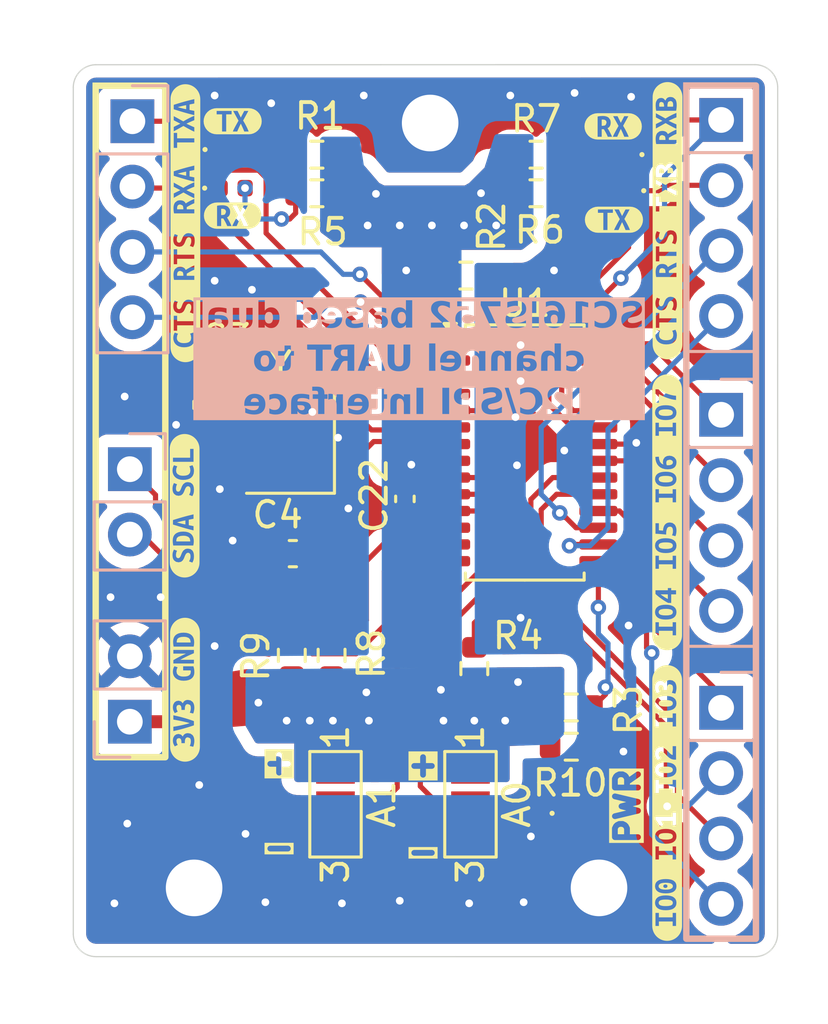
<source format=kicad_pcb>
(kicad_pcb (version 20241229) (generator "pcbnew") (generator_version "9.0")
  (layers (0 "F.Cu" signal) (2 "B.Cu" signal) (13 "F.Paste" user) (15 "B.Paste" user) (5 "F.SilkS" user "F.Silkscreen") (7 "B.SilkS" user "B.Silkscreen") (1 "F.Mask" user) (3 "B.Mask" user) (25 "Edge.Cuts" user))
  (net 0 "")
  (net 1 "/XTAL+")
  (net 2 "GND")
  (net 3 "/XTAL-")
  (net 4 "/TXA")
  (net 5 "Net-(D1-A)")
  (net 6 "Net-(D2-A)")
  (net 7 "/RXA")
  (net 8 "Net-(D3-A)")
  (net 9 "/TXB")
  (net 10 "Net-(D4-A)")
  (net 11 "/RXB")
  (net 12 "/CTSB")
  (net 13 "/RTSB")
  (net 14 "/RTSA")
  (net 15 "/CTSA")
  (net 16 "/SCL")
  (net 17 "/SDA")
  (net 18 "+3V3")
  (net 19 "A0")
  (net 20 "A1")
  (net 21 "Net-(U1-~{RESET})")
  (net 22 "/IRQ")
  (net 23 "Net-(U1-I2C{slash}~{SPI})")
  (net 24 "/GPIO6")
  (net 25 "/GPIO4")
  (net 27 "/GPIO1")
  (net 28 "/GPIO2")
  (net 29 "/GPIO3")
  (net 30 "/GPIO7")
  (net 31 "/GPIO5")
  (net 32 "/GPIO0")
  (net 33 "Net-(D5-A)")
  (footprint "Capacitor_SMD:C_0402_1005Metric" (layer "F.Cu") (at 153.2 59.38 -90)
    (property "Reference" "C22" (at -0.13 1.2 90) (layer "F.SilkS"))
    (property "Value" "100nF,50V,X7R" (hide yes))
    (pad "1" smd roundrect (at -0.48 0 270) (size 0.56 0.62) (layers "F.Cu" "F.Mask" "F.Paste") (net 18 "+3V3"))
    (pad "2" smd roundrect (at 0.48 0 270) (size 0.56 0.62) (layers "F.Cu" "F.Mask" "F.Paste") (net 2 "GND"))
  )
  (footprint "Resistor_SMD:R_0603_1608Metric" (layer "F.Cu") (at 158.303019 46 180)
    (property "Reference" "R7" (at -0.00346 1.388755 0) (layer "F.SilkS"))
    (property "Value" "1k" (hide yes))
    (pad "1" smd roundrect (at -0.825 0 180) (size 0.8 0.95) (layers "F.Cu" "F.Mask" "F.Paste") (net 10 "Net-(D4-A)"))
    (pad "2" smd roundrect (at 0.825 0 180) (size 0.8 0.95) (layers "F.Cu" "F.Mask" "F.Paste") (net 18 "+3V3"))
  )
  (footprint "Resistor_SMD:R_0603_1608Metric" (layer "F.Cu") (at 149.775 46)
    (property "Reference" "R1" (at 0.125 -1.5 0) (layer "F.SilkS"))
    (property "Value" "1k" (hide yes))
    (pad "1" smd roundrect (at -0.825 0) (size 0.8 0.95) (layers "F.Cu" "F.Mask" "F.Paste") (net 5 "Net-(D1-A)"))
    (pad "2" smd roundrect (at 0.825 0) (size 0.8 0.95) (layers "F.Cu" "F.Mask" "F.Paste") (net 18 "+3V3"))
  )
  (footprint "Resistor_SMD:R_0603_1608Metric" (layer "F.Cu") (at 155.575 50.7 180)
    (property "Reference" "R2" (at -1 1.9 90) (layer "F.SilkS"))
    (property "Value" "1k" (hide yes))
    (pad "1" smd roundrect (at -0.825 0 180) (size 0.8 0.95) (layers "F.Cu" "F.Mask" "F.Paste") (net 21 "Net-(U1-~{RESET})"))
    (pad "2" smd roundrect (at 0.825 0 180) (size 0.8 0.95) (layers "F.Cu" "F.Mask" "F.Paste") (net 18 "+3V3"))
  )
  (footprint "Capacitor_SMD:C_0603_1608Metric" (layer "F.Cu") (at 145.5 55.725 90)
    (property "Reference" "C3" (at 2.603471 0.763783 0) (layer "F.SilkS"))
    (property "Value" "22pF")
    (pad "1" smd roundrect (at -0.775 0 90) (size 0.9 0.95) (layers "F.Cu" "F.Mask" "F.Paste") (net 2 "GND"))
    (pad "2" smd roundrect (at 0.775 0 90) (size 0.9 0.95) (layers "F.Cu" "F.Mask" "F.Paste") (net 1 "/XTAL+"))
  )
  (footprint "MountingHole:MountingHole_2.2mm_M2_ISO7380_Pad" (layer "F.Cu") (at 154.181469 44.769643)
    (property "Reference" "H1" (hide yes))
    (property "Value" "MountingHole_Pad")
    (pad "1" thru_hole circle (at 0 0) (size 3.5 3.5) (drill 2.2) (layers "*.Cu" "*.Mask") (net 2 "GND"))
  )
  (footprint "Jumper:SolderJumper-3_P1.3mm_Open_Pad1.0x1.5mm_NumberLabels" (layer "F.Cu") (at 150.5 71.25 -90)
    (property "Reference" "A1" (at 0 -1.8 90) (layer "F.SilkS"))
    (property "Value" "A1")
    (fp_text user "3" (at 2.6 0 90) (layer "F.SilkS"))
    (fp_text user "1" (at -2.6 0 90) (layer "F.SilkS"))
    (pad "1" smd rect (at -1.3 0 270) (size 1 1.5) (layers "F.Cu" "F.Mask") (net 18 "+3V3"))
    (pad "2" smd rect (at 0 0 270) (size 1 1.5) (layers "F.Cu" "F.Mask") (net 20 "A1"))
    (pad "3" smd rect (at 1.3 0 270) (size 1 1.5) (layers "F.Cu" "F.Mask") (net 2 "GND"))
  )
  (footprint "Package_SO:TSSOP-28_4.4x9.7mm_P0.65mm" (layer "F.Cu") (at 157.8625 57.575)
    (property "Reference" "U1" (at 0 -5.8 0) (layer "F.SilkS"))
    (property "Value" "SC16IS752IPW")
    (pad "1" smd roundrect (at -2.8625 -4.225) (size 1.475 0.4) (layers "F.Cu" "F.Mask" "F.Paste") (net 14 "/RTSA"))
    (pad "2" smd roundrect (at -2.8625 -3.575) (size 1.475 0.4) (layers "F.Cu" "F.Mask" "F.Paste") (net 15 "/CTSA"))
    (pad "3" smd roundrect (at -2.8625 -2.925) (size 1.475 0.4) (layers "F.Cu" "F.Mask" "F.Paste") (net 4 "/TXA"))
    (pad "4" smd roundrect (at -2.8625 -2.275) (size 1.475 0.4) (layers "F.Cu" "F.Mask" "F.Paste") (net 7 "/RXA"))
    (pad "5" smd roundrect (at -2.8625 -1.625) (size 1.475 0.4) (layers "F.Cu" "F.Mask" "F.Paste") (net 21 "Net-(U1-~{RESET})"))
    (pad "6" smd roundrect (at -2.8625 -0.975) (size 1.475 0.4) (layers "F.Cu" "F.Mask" "F.Paste") (net 1 "/XTAL+"))
    (pad "7" smd roundrect (at -2.8625 -0.325) (size 1.475 0.4) (layers "F.Cu" "F.Mask" "F.Paste") (net 3 "/XTAL-"))
    (pad "8" smd roundrect (at -2.8625 0.325) (size 1.475 0.4) (layers "F.Cu" "F.Mask" "F.Paste") (net 18 "+3V3"))
    (pad "9" smd roundrect (at -2.8625 0.975) (size 1.475 0.4) (layers "F.Cu" "F.Mask" "F.Paste") (net 23 "Net-(U1-I2C{slash}~{SPI})"))
    (pad "10" smd roundrect (at -2.8625 1.625) (size 1.475 0.4) (layers "F.Cu" "F.Mask" "F.Paste") (net 19 "A0"))
    (pad "11" smd roundrect (at -2.8625 2.275) (size 1.475 0.4) (layers "F.Cu" "F.Mask" "F.Paste") (net 20 "A1"))
    (pad "12" smd roundrect (at -2.8625 2.925) (size 1.475 0.4) (layers "F.Cu" "F.Mask" "F.Paste"))
    (pad "13" smd roundrect (at -2.8625 3.575) (size 1.475 0.4) (layers "F.Cu" "F.Mask" "F.Paste") (net 16 "/SCL"))
    (pad "14" smd roundrect (at -2.8625 4.225) (size 1.475 0.4) (layers "F.Cu" "F.Mask" "F.Paste") (net 17 "/SDA"))
    (pad "15" smd roundrect (at 2.8625 4.225) (size 1.475 0.4) (layers "F.Cu" "F.Mask" "F.Paste") (net 22 "/IRQ"))
    (pad "16" smd roundrect (at 2.8625 3.575) (size 1.475 0.4) (layers "F.Cu" "F.Mask" "F.Paste") (net 12 "/CTSB"))
    (pad "17" smd roundrect (at 2.8625 2.925) (size 1.475 0.4) (layers "F.Cu" "F.Mask" "F.Paste") (net 13 "/RTSB"))
    (pad "18" smd roundrect (at 2.8625 2.275) (size 1.475 0.4) (layers "F.Cu" "F.Mask" "F.Paste") (net 32 "/GPIO0"))
    (pad "19" smd roundrect (at 2.8625 1.625) (size 1.475 0.4) (layers "F.Cu" "F.Mask" "F.Paste") (net 27 "/GPIO1"))
    (pad "20" smd roundrect (at 2.8625 0.975) (size 1.475 0.4) (layers "F.Cu" "F.Mask" "F.Paste") (net 28 "/GPIO2"))
    (pad "21" smd roundrect (at 2.8625 0.325) (size 1.475 0.4) (layers "F.Cu" "F.Mask" "F.Paste") (net 29 "/GPIO3"))
    (pad "22" smd roundrect (at 2.8625 -0.325) (size 1.475 0.4) (layers "F.Cu" "F.Mask" "F.Paste") (net 2 "GND"))
    (pad "23" smd roundrect (at 2.8625 -0.975) (size 1.475 0.4) (layers "F.Cu" "F.Mask" "F.Paste") (net 9 "/TXB"))
    (pad "24" smd roundrect (at 2.8625 -1.625) (size 1.475 0.4) (layers "F.Cu" "F.Mask" "F.Paste") (net 11 "/RXB"))
    (pad "25" smd roundrect (at 2.8625 -2.275) (size 1.475 0.4) (layers "F.Cu" "F.Mask" "F.Paste") (net 25 "/GPIO4"))
    (pad "26" smd roundrect (at 2.8625 -2.925) (size 1.475 0.4) (layers "F.Cu" "F.Mask" "F.Paste") (net 31 "/GPIO5"))
    (pad "27" smd roundrect (at 2.8625 -3.575) (size 1.475 0.4) (layers "F.Cu" "F.Mask" "F.Paste") (net 24 "/GPIO6"))
    (pad "28" smd roundrect (at 2.8625 -4.225) (size 1.475 0.4) (layers "F.Cu" "F.Mask" "F.Paste") (net 30 "/GPIO7"))
  )
  (footprint "Capacitor_SMD:C_0603_1608Metric" (layer "F.Cu") (at 148.841142 61.507781)
    (property "Reference" "C4" (at -0.591142 -1.507781 180) (layer "F.SilkS"))
    (property "Value" "33pF" (hide yes))
    (pad "1" smd roundrect (at -0.775 0) (size 0.9 0.95) (layers "F.Cu" "F.Mask" "F.Paste") (net 2 "GND"))
    (pad "2" smd roundrect (at 0.775 0) (size 0.9 0.95) (layers "F.Cu" "F.Mask" "F.Paste") (net 3 "/XTAL-"))
  )
  (footprint "kibuzzard-696A37C2" (layer "F.Cu") (at 161.330589 48.528034)
    (property "Reference" "kibuzzard-696A37C2" (hide yes))
    (property "Value" "G***" (hide yes))
  )
  (footprint "kibuzzard-696A37C2" (layer "F.Cu") (at 146.5 44.7)
    (property "Reference" "kibuzzard-696A37C2" (hide yes))
    (property "Value" "G***" (hide yes))
  )
  (footprint "Resistor_SMD:R_0603_1608Metric" (layer "F.Cu") (at 158.3 47.5 180)
    (property "Reference" "R6" (at -0.15 -1.43 0) (layer "F.SilkS"))
    (property "Value" "1k" (hide yes))
    (pad "1" smd roundrect (at -0.825 0 180) (size 0.8 0.95) (layers "F.Cu" "F.Mask" "F.Paste") (net 8 "Net-(D3-A)"))
    (pad "2" smd roundrect (at 0.825 0 180) (size 0.8 0.95) (layers "F.Cu" "F.Mask" "F.Paste") (net 18 "+3V3"))
  )
  (footprint "LED_SMD:LED_0402_1005Metric" (layer "F.Cu") (at 146.515 45.8)
    (property "Reference" "D1" (hide yes))
    (property "Value" "LED")
    (pad "1" smd roundrect (at -0.485 0) (size 0.59 0.64) (layers "F.Cu" "F.Mask" "F.Paste") (net 4 "/TXA"))
    (pad "2" smd roundrect (at 0.485 0) (size 0.59 0.64) (layers "F.Cu" "F.Mask" "F.Paste") (net 5 "Net-(D1-A)"))
  )
  (footprint "kibuzzard-696A3458" (layer "F.Cu") (at 163.4 59.9 90)
    (property "Reference" "kibuzzard-696A3458" (hide yes))
    (property "Value" "G***" (hide yes))
  )
  (footprint "kibuzzard-696A451F" (layer "F.Cu") (at 161.3 44.9)
    (property "Reference" "kibuzzard-696A451F" (hide yes))
    (property "Value" "G***" (hide yes))
  )
  (footprint "Jumper:SolderJumper-3_P1.3mm_Open_Pad1.0x1.5mm_NumberLabels" (layer "F.Cu") (at 155.75 71.25 -90)
    (property "Reference" "A0" (at 0 -1.8 90) (layer "F.SilkS"))
    (property "Value" "A0")
    (fp_text user "3" (at 2.6 0 90) (layer "F.SilkS"))
    (fp_text user "1" (at -2.6 0 90) (layer "F.SilkS"))
    (pad "1" smd rect (at -1.3 0 270) (size 1 1.5) (layers "F.Cu" "F.Mask") (net 18 "+3V3"))
    (pad "2" smd rect (at 0 0 270) (size 1 1.5) (layers "F.Cu" "F.Mask") (net 19 "A0"))
    (pad "3" smd rect (at 1.3 0 270) (size 1 1.5) (layers "F.Cu" "F.Mask") (net 2 "GND"))
  )
  (footprint "Resistor_SMD:R_0603_1608Metric" (layer "F.Cu") (at 155.9 65.975 -90)
    (property "Reference" "R4" (at -1.275 -1.7 180) (layer "F.SilkS"))
    (property "Value" "1k" (hide yes))
    (pad "1" smd roundrect (at -0.825 0 270) (size 0.8 0.95) (layers "F.Cu" "F.Mask" "F.Paste") (net 23 "Net-(U1-I2C{slash}~{SPI})"))
    (pad "2" smd roundrect (at 0.825 0 270) (size 0.8 0.95) (layers "F.Cu" "F.Mask" "F.Paste") (net 18 "+3V3"))
  )
  (footprint "Resistor_SMD:R_0603_1608Metric" (layer "F.Cu") (at 148.8 65.461582 -90)
    (property "Reference" "R9" (at 0.038418 1.4 90) (layer "F.SilkS"))
    (property "Value" "10k" (hide yes))
    (pad "1" smd roundrect (at -0.825 0 270) (size 0.8 0.95) (layers "F.Cu" "F.Mask" "F.Paste") (net 17 "/SDA"))
    (pad "2" smd roundrect (at 0.825 0 270) (size 0.8 0.95) (layers "F.Cu" "F.Mask" "F.Paste") (net 18 "+3V3"))
  )
  (footprint "kibuzzard-696A33E1" (layer "F.Cu") (at 163.415286 48.565791 90)
    (property "Reference" "kibuzzard-696A33E1" (hide yes))
    (property "Value" "G***" (hide yes))
  )
  (footprint "kibuzzard-696A37DE" (layer "F.Cu") (at 146.497298 48.369426)
    (property "Reference" "kibuzzard-696A37DE" (hide yes))
    (property "Value" "G***" (hide yes))
  )
  (footprint "LED_SMD:LED_0402_1005Metric" (layer "F.Cu") (at 146.5 47.3)
    (property "Reference" "D2" (hide yes))
    (property "Value" "LED")
    (pad "1" smd roundrect (at -0.485 0) (size 0.59 0.64) (layers "F.Cu" "F.Mask" "F.Paste") (net 7 "/RXA"))
    (pad "2" smd roundrect (at 0.485 0) (size 0.59 0.64) (layers "F.Cu" "F.Mask" "F.Paste") (net 6 "Net-(D2-A)"))
  )
  (footprint "LED_SMD:LED_0402_1005Metric" (layer "F.Cu") (at 161.4 47.4 180)
    (property "Reference" "D3" (hide yes))
    (property "Value" "LED" (hide yes))
    (pad "1" smd roundrect (at -0.485 0 180) (size 0.59 0.64) (layers "F.Cu" "F.Mask" "F.Paste") (net 9 "/TXB"))
    (pad "2" smd roundrect (at 0.485 0 180) (size 0.59 0.64) (layers "F.Cu" "F.Mask" "F.Paste") (net 8 "Net-(D3-A)"))
  )
  (footprint "Resistor_SMD:R_0603_1608Metric" (layer "F.Cu") (at 150.347661 65.461582 -90)
    (property "Reference" "R8" (at -0.061582 -1.552339 90) (layer "F.SilkS"))
    (property "Value" "10k" (hide yes))
    (pad "1" smd roundrect (at -0.825 0 270) (size 0.8 0.95) (layers "F.Cu" "F.Mask" "F.Paste") (net 16 "/SCL"))
    (pad "2" smd roundrect (at 0.825 0 270) (size 0.8 0.95) (layers "F.Cu" "F.Mask" "F.Paste") (net 18 "+3V3"))
  )
  (footprint "LED_SMD:LED_0402_1005Metric" (layer "F.Cu") (at 161.330589 45.996815 180)
    (property "Reference" "D4" (hide yes))
    (property "Value" "LED" (hide yes))
    (pad "1" smd roundrect (at -0.485 0 180) (size 0.59 0.64) (layers "F.Cu" "F.Mask" "F.Paste") (net 11 "/RXB"))
    (pad "2" smd roundrect (at 0.485 0 180) (size 0.59 0.64) (layers "F.Cu" "F.Mask" "F.Paste") (net 10 "Net-(D4-A)"))
  )
  (footprint "kibuzzard-696A3407" (layer "F.Cu") (at 144.646068 66.796813 90)
    (property "Reference" "kibuzzard-696A3407" (hide yes))
    (property "Value" "G***" (hide yes))
  )
  (footprint "MountingHole:MountingHole_2.2mm_M2_ISO7380_Pad" (layer "F.Cu") (at 160.75 74.5)
    (property "Reference" "H3" (hide yes))
    (property "Value" "MountingHole_Pad" (hide yes))
    (pad "1" thru_hole circle (at 0 0) (size 3.5 3.5) (drill 2.2) (layers "*.Cu" "*.Mask") (net 2 "GND"))
  )
  (footprint "Resistor_SMD:R_0603_1608Metric" (layer "F.Cu") (at 159.669729 67.486189 180)
    (property "Reference" "R3" (at -2.225 -0.1 90) (layer "F.SilkS"))
    (property "Value" "1k")
    (pad "1" smd roundrect (at -0.825 0 180) (size 0.8 0.95) (layers "F.Cu" "F.Mask" "F.Paste") (net 22 "/IRQ"))
    (pad "2" smd roundrect (at 0.825 0 180) (size 0.8 0.95) (layers "F.Cu" "F.Mask" "F.Paste") (net 18 "+3V3"))
  )
  (footprint "kibuzzard-696E1708" (layer "F.Cu") (at 163.4 71.2 90)
    (property "Reference" "kibuzzard-696E1708" (hide yes))
    (property "Value" "G***" (hide yes))
  )
  (footprint "kibuzzard-696A33C5" (layer "F.Cu") (at 144.661048 48.663161 90)
    (property "Reference" "kibuzzard-696A33C5" (hide yes))
    (property "Value" "G***" (hide yes))
  )
  (footprint "Crystal:Crystal_SMD_3225-4Pin_3.2x2.5mm" (layer "F.Cu") (at 148.75 57.1 90)
    (property "Reference" "Y2" (at 2.91863 0.090563 180) (layer "F.SilkS"))
    (property "Value" "14.7456MHz")
    (pad "1" smd roundrect (at -1.1 0.85 90) (size 1.4 1.2) (layers "F.Cu" "F.Mask" "F.Paste") (roundrect_rratio 0.208333) (net 3 "/XTAL-"))
    (pad "2" smd roundrect (at 1.1 0.85 90) (size 1.4 1.2) (layers "F.Cu" "F.Mask" "F.Paste") (roundrect_rratio 0.208333) (net 2 "GND"))
    (pad "3" smd roundrect (at 1.1 -0.85 90) (size 1.4 1.2) (layers "F.Cu" "F.Mask" "F.Paste") (roundrect_rratio 0.208333) (net 1 "/XTAL+"))
    (pad "4" smd roundrect (at -1.1 -0.85 90) (size 1.4 1.2) (layers "F.Cu" "F.Mask" "F.Paste") (roundrect_rratio 0.208333) (net 2 "GND"))
  )
  (footprint "MountingHole:MountingHole_2.2mm_M2_ISO7380_Pad" (layer "F.Cu") (at 145 74.5)
    (property "Reference" "H2" (hide yes))
    (property "Value" "MountingHole_Pad" (hide yes))
    (pad "1" thru_hole circle (at 0 0) (size 3.5 3.5) (drill 2.2) (layers "*.Cu" "*.Mask") (net 2 "GND"))
  )
  (footprint "Resistor_SMD:R_0603_1608Metric" (layer "F.Cu") (at 159.671791 69.011489)
    (property "Reference" "R10" (at -0.039541 1.411492 180) (layer "F.SilkS"))
    (property "Value" "1k" (hide yes))
    (pad "1" smd roundrect (at -0.825 0) (size 0.8 0.95) (layers "F.Cu" "F.Mask" "F.Paste") (net 18 "+3V3"))
    (pad "2" smd roundrect (at 0.825 0) (size 0.8 0.95) (layers "F.Cu" "F.Mask" "F.Paste") (net 33 "Net-(D5-A)"))
  )
  (footprint "Resistor_SMD:R_0603_1608Metric" (layer "F.Cu") (at 149.775 47.5)
    (property "Reference" "R5" (at 0.225 1.5 0) (layer "F.SilkS"))
    (property "Value" "1k" (hide yes))
    (pad "1" smd roundrect (at -0.825 0) (size 0.8 0.95) (layers "F.Cu" "F.Mask" "F.Paste") (net 6 "Net-(D2-A)"))
    (pad "2" smd roundrect (at 0.825 0) (size 0.8 0.95) (layers "F.Cu" "F.Mask" "F.Paste") (net 18 "+3V3"))
  )
  (footprint "LED_SMD:LED_0402_1005Metric" (layer "F.Cu") (at 160.015 71.6)
    (property "Reference" "D5" (hide yes))
    (property "Value" "LED")
    (pad "1" smd roundrect (at -0.485 0) (size 0.59 0.64) (layers "F.Cu" "F.Mask" "F.Paste") (net 2 "GND"))
    (pad "2" smd roundrect (at 0.485 0) (size 0.59 0.64) (layers "F.Cu" "F.Mask" "F.Paste") (net 33 "Net-(D5-A)"))
  )
  (footprint "kibuzzard-696A33D3" (layer "F.Cu") (at 144.630851 59.646068 90)
    (property "Reference" "kibuzzard-696A33D3" (hide yes))
    (property "Value" "G***" (hide yes))
  )
  (footprint "Connector_PinHeader_2.54mm:PinHeader_1x04_P2.54mm_Vertical" (layer "B.Cu") (at 165.5 67.5 180)
    (property "Reference" "J1" (hide yes))
    (property "Value" "GPIO Pins" (hide yes))
    (pad "1" thru_hole rect (at 0 0 180) (size 1.7 1.7) (drill 1) (layers "*.Cu" "*.Mask") (net 29 "/GPIO3"))
    (pad "2" thru_hole circle (at 0 -2.54 180) (size 1.7 1.7) (drill 1) (layers "*.Cu" "*.Mask") (net 28 "/GPIO2"))
    (pad "3" thru_hole circle (at 0 -5.08 180) (size 1.7 1.7) (drill 1) (layers "*.Cu" "*.Mask") (net 27 "/GPIO1"))
    (pad "4" thru_hole circle (at 0 -7.62 180) (size 1.7 1.7) (drill 1) (layers "*.Cu" "*.Mask") (net 32 "/GPIO0"))
  )
  (footprint "Connector_PinHeader_2.54mm:PinHeader_1x04_P2.54mm_Vertical" (layer "B.Cu") (at 165.5 44.65 180)
    (property "Reference" "J6" (hide yes))
    (property "Value" "Channel B" (hide yes))
    (pad "1" thru_hole rect (at 0 0 180) (size 1.7 1.7) (drill 1) (layers "*.Cu" "*.Mask") (net 11 "/RXB"))
    (pad "2" thru_hole circle (at 0 -2.54 180) (size 1.7 1.7) (drill 1) (layers "*.Cu" "*.Mask") (net 9 "/TXB"))
    (pad "3" thru_hole circle (at 0 -5.08 180) (size 1.7 1.7) (drill 1) (layers "*.Cu" "*.Mask") (net 13 "/RTSB"))
    (pad "4" thru_hole circle (at 0 -7.62 180) (size 1.7 1.7) (drill 1) (layers "*.Cu" "*.Mask") (net 12 "/CTSB"))
  )
  (footprint "Connector_PinHeader_2.54mm:PinHeader_1x02_P2.54mm_Vertical" (layer "B.Cu") (at 142.5 68.04)
    (property "Reference" "J10" (hide yes))
    (property "Value" "3V3 and GND" (hide yes))
    (pad "1" thru_hole rect (at 0 0) (size 1.7 1.7) (drill 1) (layers "*.Cu" "*.Mask") (net 18 "+3V3"))
    (pad "2" thru_hole circle (at 0 -2.54) (size 1.7 1.7) (drill 1) (layers "*.Cu" "*.Mask") (net 2 "GND"))
  )
  (footprint "Connector_PinHeader_2.54mm:PinHeader_1x02_P2.54mm_Vertical" (layer "B.Cu") (at 142.5 58.225 180)
    (property "Reference" "J9" (hide yes))
    (property "Value" "I2C Connector" (hide yes))
    (pad "1" thru_hole rect (at 0 0 180) (size 1.7 1.7) (drill 1) (layers "*.Cu" "*.Mask") (net 16 "/SCL"))
    (pad "2" thru_hole circle (at 0 -2.54 180) (size 1.7 1.7) (drill 1) (layers "*.Cu" "*.Mask") (net 17 "/SDA"))
  )
  (footprint "Connector_PinHeader_2.54mm:PinHeader_1x04_P2.54mm_Vertical" (layer "B.Cu") (at 142.6 44.7 180)
    (property "Reference" "J8" (hide yes))
    (property "Value" "Channel A" (hide yes))
    (pad "1" thru_hole rect (at 0 0 180) (size 1.7 1.7) (drill 1) (layers "*.Cu" "*.Mask") (net 4 "/TXA"))
    (pad "2" thru_hole circle (at 0 -2.54 180) (size 1.7 1.7) (drill 1) (layers "*.Cu" "*.Mask") (net 7 "/RXA"))
    (pad "3" thru_hole circle (at 0 -5.08 180) (size 1.7 1.7) (drill 1) (layers "*.Cu" "*.Mask") (net 14 "/RTSA"))
    (pad "4" thru_hole circle (at 0 -7.62 180) (size 1.7 1.7) (drill 1) (layers "*.Cu" "*.Mask") (net 15 "/CTSA"))
  )
  (footprint "Connector_PinHeader_2.54mm:PinHeader_1x04_P2.54mm_Vertical" (layer "B.Cu") (at 165.5 56.11 180)
    (property "Reference" "J2" (hide yes))
    (property "Value" "GPIO Pins" (hide yes))
    (pad "1" thru_hole rect (at 0 0 180) (size 1.7 1.7) (drill 1) (layers "*.Cu" "*.Mask") (net 30 "/GPIO7"))
    (pad "2" thru_hole circle (at 0 -2.54 180) (size 1.7 1.7) (drill 1) (layers "*.Cu" "*.Mask") (net 24 "/GPIO6"))
    (pad "3" thru_hole circle (at 0 -5.08 180) (size 1.7 1.7) (drill 1) (layers "*.Cu" "*.Mask") (net 31 "/GPIO5"))
    (pad "4" thru_hole circle (at 0 -7.62 180) (size 1.7 1.7) (drill 1) (layers "*.Cu" "*.Mask") (net 25 "/GPIO4"))
  )
  (gr_rect (start 141.172199 43.32) (end 143.88 69.42) (stroke (width 0.25)) (fill no) (layer "F.SilkS"))
  (gr_rect (start 164.146099 43.311109) (end 166.8539 76.475856) (stroke (width 0.25)) (fill no) (layer "B.SilkS"))
  (gr_arc (start 141.185809 77.172573) (mid 140.565298 76.916881) (end 140.30097 76.299999) (stroke (width 0.05)) (layer "Edge.Cuts"))
  (gr_line (start 140.30097 76.300875) (end 140.300231 43.3909) (stroke (width 0.05)) (layer "Edge.Cuts"))
  (gr_line (start 166.826168 77.173237) (end 141.1887 77.172573) (stroke (width 0.05)) (layer "Edge.Cuts"))
  (gr_line (start 141.176407 42.503104) (end 166.815274 42.501165) (stroke (width 0.05)) (layer "Edge.Cuts"))
  (gr_arc (start 140.300231 43.387943) (mid 140.555923 42.767432) (end 141.172805 42.503104) (stroke (width 0.05)) (layer "Edge.Cuts"))
  (gr_arc (start 167.696899 76.288398) (mid 167.441207 76.908909) (end 166.824325 77.173237) (stroke (width 0.05)) (layer "Edge.Cuts"))
  (gr_line (start 167.700105 43.373675) (end 167.696899 76.2855) (stroke (width 0.05)) (layer "Edge.Cuts"))
  (gr_arc (start 166.815274 42.501165) (mid 167.435785 42.756857) (end 167.700113 43.373739) (stroke (width 0.05)) (layer "Edge.Cuts"))
  (gr_text "-\n" (at 153.2 73.601095 0) (layer "F.SilkS" knockout) (effects (font (size 0.9 0.9) (thickness 0.225) (bold yes)) (justify left bottom)))
  (gr_text "-\n" (at 147.6 73.436399 0) (layer "F.SilkS" knockout) (effects (font (size 0.9 0.9) (thickness 0.225) (bold yes)) (justify left bottom)))
  (gr_text "+" (at 153.2 70.224834 0) (layer "F.SilkS" knockout) (effects (font (size 0.9 0.9) (thickness 0.225) (bold yes)) (justify left bottom)))
  (gr_text "+" (at 147.6 70.142487 0) (layer "F.SilkS" knockout) (effects (font (size 0.9 0.9) (thickness 0.225) (bold yes)) (justify left bottom)))
  (gr_text "PWR\n" (at 162.388975 72.889973 90) (layer "F.SilkS" knockout) (effects (font (size 0.9 0.9) (thickness 0.225) (bold yes)) (justify left bottom)))
  (gr_text "\nSC16IS752 based dual \nchannel UART to \nI2C/SPI Interface\n" (at 153.5 56.25 0) (layer "B.SilkS" knockout) (effects (font (size 1 1) (thickness 0.2) (bold yes)) (justify bottom mirror)))
  (segment (start 147.9 56) (end 147.131096 56) (width 0.2) (layer "F.Cu") (net 1))
  (segment (start 151.3 56.1) (end 151.3 55.1) (width 0.2) (layer "F.Cu") (net 1))
  (segment (start 147.131096 56) (end 146.081096 54.95) (width 0.2) (layer "F.Cu") (net 1))
  (segment (start 151.9 56.7) (end 151.3 56.1) (width 0.2) (layer "F.Cu") (net 1))
  (segment (start 153.793749 56.7) (end 151.9 56.7) (width 0.2) (layer "F.Cu") (net 1))
  (segment (start 146.081096 54.95) (end 145.5 54.95) (width 0.2) (layer "F.Cu") (net 1))
  (segment (start 153.893749 56.6) (end 153.793749 56.7) (width 0.2) (layer "F.Cu") (net 1))
  (segment (start 155 56.6) (end 153.893749 56.6) (width 0.2) (layer "F.Cu") (net 1))
  (segment (start 150.770454 54.570454) (end 148.299546 54.570454) (width 0.2) (layer "F.Cu") (net 1))
  (segment (start 148.299546 54.570454) (end 147.9 54.97) (width 0.2) (layer "F.Cu") (net 1))
  (segment (start 147.9 54.97) (end 147.9 56) (width 0.2) (layer "F.Cu") (net 1))
  (segment (start 151.3 55.1) (end 150.770454 54.570454) (width 0.2) (layer "F.Cu") (net 1))
  (segment (start 149.6 56) (end 149.75 56) (width 0.2) (layer "F.Cu") (net 2))
  (segment (start 151 59.75) (end 151.93 59.75) (width 0.2) (layer "F.Cu") (net 2))
  (segment (start 149.75 56) (end 149.75 56.15) (width 0.3) (layer "F.Cu") (net 2))
  (segment (start 152.04 59.86) (end 153.2 59.86) (width 0.2) (layer "F.Cu") (net 2))
  (segment (start 160.725 57.25) (end 162.15 57.25) (width 0.2) (layer "F.Cu") (net 2))
  (segment (start 149.75 56.15) (end 150.6 57) (width 0.4) (layer "F.Cu") (net 2))
  (segment (start 162.15 57.25) (end 162.2 57.2) (width 0.2) (layer "F.Cu") (net 2))
  (segment (start 151.93 59.75) (end 152.04 59.86) (width 0.2) (layer "F.Cu") (net 2))
  (via (at 146 59) (size 0.6) (drill 0.3) (layers "F.Cu" "B.Cu") (net 2))
  (via (at 145.2 70.5) (size 0.6) (drill 0.3) (layers "F.Cu" "B.Cu") (net 2))
  (via (at 141.75 63.2) (size 0.6) (drill 0.3) (layers "F.Cu" "B.Cu") (net 2))
  (via (at 141.9 75.1) (size 0.6) (drill 0.3) (layers "F.Cu" "B.Cu") (net 2))
  (via (at 157.7 53.4) (size 0.6) (drill 0.3) (layers "F.Cu" "B.Cu") (net 2))
  (via (at 148 44) (size 0.6) (drill 0.3) (layers "F.Cu" "B.Cu") (net 2))
  (via (at 142.3 55.4) (size 0.6) (drill 0.3) (layers "F.Cu" "B.Cu") (net 2))
  (via (at 151 59.75) (size 0.6) (drill 0.3) (layers "F.Cu" "B.Cu") (net 2))
  (via (at 144.3 56.5) (size 0.6) (drill 0.3) (layers "F.Cu" "B.Cu") (net 2))
  (via (at 147.772408 75.056973) (size 0.6) (drill 0.3) (layers "F.Cu" "B.Cu") (net 2))
  (via (at 162.2 57.2) (size 0.6) (drill 0.3) (layers "F.Cu" "B.Cu") (net 2))
  (via (at 146.5 61) (size 0.6) (drill 0.3) (layers "F.Cu" "B.Cu") (net 2))
  (via (at 150.75 75.1) (size 0.6) (drill 0.3) (layers "F.Cu" "B.Cu") (net 2))
  (via (at 159.4 57.5) (size 0.6) (drill 0.3) (layers "F.Cu" "B.Cu") (net 2))
  (via (at 159 50.5) (size 0.6) (drill 0.3) (layers "F.Cu" "B.Cu") (net 2))
  (via (at 158.1 72.5) (size 0.6) (drill 0.3) (layers "F.Cu" "B.Cu") (net 2))
  (via (at 143.7 63.2) (size 0.6) (drill 0.3) (layers "F.Cu" "B.Cu") (net 2))
  (via (at 157.5 56.2) (size 0.6) (drill 0.3) (layers "F.Cu" "B.Cu") (net 2))
  (via (at 149.6 56) (size 0.6) (drill 0.3) (layers "F.Cu" "B.Cu") (net 2))
  (via (at 161.9 64.3) (size 0.6) (drill 0.3) (layers "F.Cu" "B.Cu") (net 2))
  (via (at 157.7 64) (size 0.6) (drill 0.3) (layers "F.Cu" "B.Cu") (net 2))
  (via (at 142.4 72) (size 0.6) (drill 0.3) (layers "F.Cu" "B.Cu") (net 2))
  (via (at 162 43.75) (size 0.6) (drill 0.3) (layers "F.Cu" "B.Cu") (net 2))
  (via (at 161.7 69.2) (size 0.6) (drill 0.3) (layers "F.Cu" "B.Cu") (net 2))
  (via (at 157.7 54.8) (size 0.6) (drill 0.3) (layers "F.Cu" "B.Cu") (net 2))
  (via (at 145.8 65.1) (size 0.6) (drill 0.3) (layers "F.Cu" "B.Cu") (net 2))
  (via (at 150.6 57) (size 0.6) (drill 0.3) (layers "F.Cu" "B.Cu") (net 2))
  (via (at 159.8 43.6) (size 0.6) (drill 0.3) (layers "F.Cu" "B.Cu") (net 2))
  (via (at 153 75) (size 0.6) (drill 0.3) (layers "F.Cu" "B.Cu") (net 2))
  (via (at 157.818739 75.056973) (size 0.6) (drill 0.3) (layers "F.Cu" "B.Cu") (net 2))
  (via (at 147.25 51.25) (size 0.6) (drill 0.3) (layers "F.Cu" "B.Cu") (net 2))
  (via (at 157.558334 58.073086) (size 0.6) (drill 0.3) (layers "F.Cu" "B.Cu") (net 2))
  (via (at 157.3 43.7) (size 0.6) (drill 0.3) (layers "F.Cu" "B.Cu") (net 2))
  (via (at 145.8 43.7) (size 0.6) (drill 0.3) (layers "F.Cu" "B.Cu") (net 2))
  (via (at 151.6 43.7) (size 0.6) (drill 0.3) (layers "F.Cu" "B.Cu") (net 2))
  (via (at 155.7 75.1) (size 0.6) (drill 0.3) (layers "F.Cu" "B.Cu") (net 2))
  (via (at 147 72.4) (size 0.6) (drill 0.3) (layers "F.Cu" "B.Cu") (net 2))
  (via (at 145.8 50.9) (size 0.6) (drill 0.3) (layers "F.Cu" "B.Cu") (net 2))
  (segment (start 153.793749 57.15) (end 151.985226 57.15) (width 0.2) (layer "F.Cu") (net 3))
  (segment (start 153.893749 57.25) (end 153.793749 57.15) (width 0.2) (layer "F.Cu") (net 3))
  (segment (start 149.6 58.2) (end 149.6 61.491639) (width 0.2) (layer "F.Cu") (net 3))
  (segment (start 150.935226 58.2) (end 149.6 58.2) (width 0.2) (layer "F.Cu") (net 3))
  (segment (start 155 57.25) (end 153.893749 57.25) (width 0.2) (layer "F.Cu") (net 3))
  (segment (start 151.985226 57.15) (end 150.935226 58.2) (width 0.2) (layer "F.Cu") (net 3))
  (segment (start 149.6 61.491639) (end 149.616142 61.507781) (width 0.2) (layer "F.Cu") (net 3))
  (segment (start 147.8 49.05) (end 153.4 54.65) (width 0.2) (layer "F.Cu") (net 4))
  (segment (start 146.03 45.8) (end 146.03 46.315) (width 0.2) (layer "F.Cu") (net 4))
  (segment (start 143.8 44.7) (end 144.9 45.8) (width 0.2) (layer "F.Cu") (net 4))
  (segment (start 142.6 44.7) (end 143.8 44.7) (width 0.2) (layer "F.Cu") (net 4))
  (segment (start 147.5 46.6) (end 147.8 46.9) (width 0.2) (layer "F.Cu") (net 4))
  (segment (start 144.9 45.8) (end 146.03 45.8) (width 0.2) (layer "F.Cu") (net 4))
  (segment (start 153.4 54.65) (end 155 54.65) (width 0.2) (layer "F.Cu") (net 4))
  (segment (start 146.315 46.6) (end 147.5 46.6) (width 0.2) (layer "F.Cu") (net 4))
  (segment (start 147.8 46.9) (end 147.8 49.05) (width 0.2) (layer "F.Cu") (net 4))
  (segment (start 146.03 46.315) (end 146.315 46.6) (width 0.2) (layer "F.Cu") (net 4))
  (segment (start 147 45.8) (end 147.6 45.8) (width 0.2) (layer "F.Cu") (net 5))
  (segment (start 147.6 45.8) (end 147.8 46) (width 0.2) (layer "F.Cu") (net 5))
  (segment (start 147.8 46) (end 148.95 46) (width 0.2) (layer "F.Cu") (net 5))
  (segment (start 148.95 48.271864) (end 148.95 47.5) (width 0.2) (layer "F.Cu") (net 6))
  (segment (start 148.721864 48.5) (end 148.95 48.271864) (width 0.2) (layer "F.Cu") (net 6))
  (segment (start 148.4 48.5) (end 148.721864 48.5) (width 0.2) (layer "F.Cu") (net 6))
  (via (at 148.4 48.5) (size 0.6) (drill 0.3) (layers "F.Cu" "B.Cu") (net 6))
  (via (at 146.980331 47.297522) (size 0.6) (drill 0.3) (layers "F.Cu" "B.Cu") (net 6))
  (segment (start 146.980331 47.980331) (end 146.980331 47.297522) (width 0.2) (layer "B.Cu") (net 6))
  (segment (start 148.4 48.5) (end 147.5 48.5) (width 0.2) (layer "B.Cu") (net 6))
  (segment (start 147.5 48.5) (end 146.980331 47.980331) (width 0.2) (layer "B.Cu") (net 6))
  (segment (start 146.012522 47.297522) (end 142.657522 47.297522) (width 0.2) (layer "F.Cu") (net 7))
  (segment (start 142.657522 47.297522) (end 142.6 47.24) (width 0.2) (layer "F.Cu") (net 7))
  (segment (start 142.499473 47.340527) (end 142.499473 47.80306) (width 0.2) (layer "F.Cu") (net 7))
  (segment (start 152.85 55.3) (end 146.010331 48.460331) (width 0.2) (layer "F.Cu") (net 7))
  (segment (start 146.010331 48.460331) (end 146.010331 47.304669) (width 0.2) (layer "F.Cu") (net 7))
  (segment (start 146.015 47.3) (end 146.012522 47.297522) (width 0.2) (layer "F.Cu") (net 7))
  (segment (start 155 55.3) (end 152.85 55.3) (width 0.2) (layer "F.Cu") (net 7))
  (segment (start 146.010331 47.304669) (end 146.015 47.3) (width 0.2) (layer "F.Cu") (net 7))
  (segment (start 142.6 47.24) (end 142.499473 47.340527) (width 0.2) (layer "F.Cu") (net 7))
  (segment (start 159.5 47.4) (end 160.915 47.4) (width 0.2) (layer "F.Cu") (net 8))
  (segment (start 159.125 47.5) (end 159.225 47.4) (width 0.2) (layer "F.Cu") (net 8))
  (segment (start 160.725 56.6) (end 159.7 56.6) (width 0.2) (layer "F.Cu") (net 9))
  (segment (start 161.885 47.4) (end 163.1 47.4) (width 0.2) (layer "F.Cu") (net 9))
  (segment (start 159.7 56.6) (end 158.8 55.7) (width 0.2) (layer "F.Cu") (net 9))
  (segment (start 158.8 52.7) (end 161.9 49.6) (width 0.2) (layer "F.Cu") (net 9))
  (segment (start 163.1 47.4) (end 163.31 47.19) (width 0.2) (layer "F.Cu") (net 9))
  (segment (start 161.9 47.415) (end 161.885 47.4) (width 0.2) (layer "F.Cu") (net 9))
  (segment (start 158.8 55.7) (end 158.8 52.7) (width 0.2) (layer "F.Cu") (net 9))
  (segment (start 163.31 47.19) (end 165.5 47.19) (width 0.2) (layer "F.Cu") (net 9))
  (segment (start 161.9 49.6) (end 161.9 47.415) (width 0.2) (layer "F.Cu") (net 9))
  (segment (start 159.403019 46) (end 160.842404 46) (width 0.2) (layer "F.Cu") (net 10))
  (segment (start 160.842404 46) (end 160.845589 45.996815) (width 0.2) (layer "F.Cu") (net 10))
  (segment (start 160.616787 45.9317) (end 160.64905 45.963963) (width 0.2) (layer "F.Cu") (net 10))
  (segment (start 161.6 50.8) (end 159.3 53.1) (width 0.2) (layer "F.Cu") (net 11))
  (segment (start 159.75 55.95) (end 160.725 55.95) (width 0.2) (layer "F.Cu") (net 11))
  (segment (start 159.3 55.5) (end 159.75 55.95) (width 0.2) (layer "F.Cu") (net 11))
  (segment (start 161.815589 45.996815) (end 162.703185 45.996815) (width 0.2) (layer "F.Cu") (net 11))
  (segment (start 162.703185 45.996815) (end 164.05 44.65) (width 0.2) (layer "F.Cu") (net 11))
  (segment (start 159.3 53.1) (end 159.3 55.5) (width 0.2) (layer "F.Cu") (net 11))
  (segment (start 164.05 44.65) (end 165.5 44.65) (width 0.2) (layer "F.Cu") (net 11))
  (via (at 161.6 50.8) (size 0.6) (drill 0.3) (layers "F.Cu" "B.Cu") (net 11))
  (segment (start 163.3 46.85) (end 165.5 44.65) (width 0.2) (layer "B.Cu") (net 11))
  (segment (start 161.6 50.8) (end 163.3 49.1) (width 0.2) (layer "B.Cu") (net 11))
  (segment (start 163.3 49.1) (end 163.3 46.85) (width 0.2) (layer "B.Cu") (net 11))
  (segment (start 159.65 61.15) (end 160.725 61.15) (width 0.2) (layer "F.Cu") (net 12))
  (segment (start 159.6 61.2) (end 159.65 61.15) (width 0.2) (layer "F.Cu") (net 12))
  (via (at 159.6 61.2) (size 0.6) (drill 0.3) (layers "F.Cu" "B.Cu") (net 12))
  (segment (start 159.6 61.2) (end 160.4 61.2) (width 0.2) (layer "B.Cu") (net 12))
  (segment (start 160.4 61.2) (end 161.1 60.5) (width 0.2) (layer "B.Cu") (net 12))
  (segment (start 161.1 60.5) (end 161.1 56.67) (width 0.2) (layer "B.Cu") (net 12))
  (segment (start 161.1 56.67) (end 165.5 52.27) (width 0.2) (layer "B.Cu") (net 12))
  (segment (start 159.4505 60.097027) (end 159.853473 60.5) (width 0.2) (layer "F.Cu") (net 13))
  (segment (start 159.853473 60.5) (end 160.725 60.5) (width 0.2) (layer "F.Cu") (net 13))
  (segment (start 159.397027 60.097027) (end 159.4505 60.097027) (width 0.2) (layer "F.Cu") (net 13))
  (segment (start 159.224265 59.924265) (end 159.397027 60.097027) (width 0.2) (layer "F.Cu") (net 13))
  (via (at 159.224265 59.924265) (size 0.6) (drill 0.3) (layers "F.Cu" "B.Cu") (net 13))
  (segment (start 159.224265 59.924265) (end 158.5 59.2) (width 0.2) (layer "B.Cu") (net 13))
  (segment (start 158.5 56.6) (end 165.37 49.73) (width 0.2) (layer "B.Cu") (net 13))
  (segment (start 165.37 49.73) (end 165.5 49.73) (width 0.2) (layer "B.Cu") (net 13))
  (segment (start 158.5 59.2) (end 158.5 56.6) (width 0.2) (layer "B.Cu") (net 13))
  (segment (start 151.45 50.65) (end 154.15 53.35) (width 0.2) (layer "F.Cu") (net 14))
  (segment (start 154.15 53.35) (end 155 53.35) (width 0.2) (layer "F.Cu") (net 14))
  (via (at 151.45 50.65) (size 0.6) (drill 0.3) (layers "F.Cu" "B.Cu") (net 14))
  (segment (start 151.45 50.65) (end 150.8 50.65) (width 0.2) (layer "B.Cu") (net 14))
  (segment (start 149.93 49.78) (end 142.6 49.78) (width 0.2) (layer "B.Cu") (net 14))
  (segment (start 150.8 50.65) (end 149.93 49.78) (width 0.2) (layer "B.Cu") (net 14))
  (segment (start 151.64853 51.8) (end 153.84853 54) (width 0.2) (layer "F.Cu") (net 15))
  (segment (start 151.474265 51.725735) (end 151.54853 51.8) (width 0.2) (layer "F.Cu") (net 15))
  (segment (start 153.84853 54) (end 155 54) (width 0.2) (layer "F.Cu") (net 15))
  (segment (start 151.54853 51.8) (end 151.64853 51.8) (width 0.2) (layer "F.Cu") (net 15))
  (via (at 151.474265 51.725735) (size 0.6) (drill 0.3) (layers "F.Cu" "B.Cu") (net 15))
  (segment (start 150.289455 51.725735) (end 149.69519 52.32) (width 0.2) (layer "B.Cu") (net 15))
  (segment (start 151.474265 51.725735) (end 150.289455 51.725735) (width 0.2) (layer "B.Cu") (net 15))
  (segment (start 149.69519 52.32) (end 142.6 52.32) (width 0.2) (layer "B.Cu") (net 15))
  (segment (start 143.5 59.225) (end 142.5 58.225) (width 0.2) (layer "F.Cu") (net 16))
  (segment (start 142.5 58.225) (end 143.025 58.225) (width 0.2) (layer "F.Cu") (net 16))
  (segment (start 151.163418 64.636582) (end 151.7 64.1) (width 0.2) (layer "F.Cu") (net 16))
  (segment (start 150.347661 64.636582) (end 151.163418 64.636582) (width 0.2) (layer "F.Cu") (net 16))
  (segment (start 143.5 59.7) (end 143.5 59.225) (width 0.2) (layer "F.Cu") (net 16))
  (segment (start 151.7 64.1) (end 151.7 61.8) (width 0.2) (layer "F.Cu") (net 16))
  (segment (start 150.347661 64.636582) (end 150.347661 63.947661) (width 0.2) (layer "F.Cu") (net 16))
  (segment (start 150 63.6) (end 147.4 63.6) (width 0.2) (layer "F.Cu") (net 16))
  (segment (start 147.4 63.6) (end 143.5 59.7) (width 0.2) (layer "F.Cu") (net 16))
  (segment (start 150.347661 63.947661) (end 150 63.6) (width 0.2) (layer "F.Cu") (net 16))
  (segment (start 152.35 61.15) (end 155 61.15) (width 0.2) (layer "F.Cu") (net 16))
  (segment (start 151.7 61.8) (end 152.35 61.15) (width 0.2) (layer "F.Cu") (net 16))
  (segment (start 148.8 64.636582) (end 148.836582 64.636582) (width 0.2) (layer "F.Cu") (net 17))
  (segment (start 146.836582 64.636582) (end 148.8 64.636582) (width 0.2) (layer "F.Cu") (net 17))
  (segment (start 152.4 62.2) (end 152.8 61.8) (width 0.2) (layer "F.Cu") (net 17))
  (segment (start 142.965 60.765) (end 146.836582 64.636582) (width 0.2) (layer "F.Cu") (net 17))
  (segment (start 142.565 60.765) (end 142.5 60.765) (width 0.2) (layer "F.Cu") (net 17))
  (segment (start 148.836582 64.636582) (end 149.6 65.4) (width 0.2) (layer "F.Cu") (net 17))
  (segment (start 149.6 65.4) (end 151.3 65.4) (width 0.2) (layer "F.Cu") (net 17))
  (segment (start 142.5 60.765) (end 142.965 60.765) (width 0.2) (layer "F.Cu") (net 17))
  (segment (start 152.8 61.8) (end 155 61.8) (width 0.2) (layer "F.Cu") (net 17))
  (segment (start 152.4 64.3) (end 152.4 62.2) (width 0.2) (layer "F.Cu") (net 17))
  (segment (start 151.3 65.4) (end 152.4 64.3) (width 0.2) (layer "F.Cu") (net 17))
  (segment (start 156.160369 47.496784) (end 156.596784 47.496784) (width 0.5) (layer "F.Cu") (net 18))
  (segment (start 148.847661 66.286582) (end 150.347661 66.286582) (width 0.5) (layer "F.Cu") (net 18))
  (segment (start 157.686189 67.486189) (end 158.844729 67.486189) (width 0.2) (layer "F.Cu") (net 18))
  (segment (start 157.475 47.493962) (end 157.478019 47.496981) (width 0.5) (layer "F.Cu") (net 18))
  (segment (start 153.6 57.9) (end 153.45 58.05) (width 0.2) (layer "F.Cu") (net 18))
  (segment (start 158.844729 69.009427) (end 158.846791 69.011489) (width 0.2) (layer "F.Cu") (net 18))
  (segment (start 150.347661 66.452339) (end 150.347661 66.286582) (width 0.2) (layer "F.Cu") (net 18))
  (segment (start 158.85 67.5) (end 158.844729 67.505271) (width 0.2) (layer "F.Cu") (net 18))
  (segment (start 155.9 66.8) (end 157 66.8) (width 0.2) (layer "F.Cu") (net 18))
  (segment (start 157.475 46.003019) (end 157.475 47.493962) (width 0.5) (layer "F.Cu") (net 18))
  (segment (start 152.051178 47.5) (end 152.073686 47.522508) (width 0.5) (layer "F.Cu") (net 18))
  (segment (start 153.45 58.05) (end 153.2 58.3) (width 0.2) (layer "F.Cu") (net 18))
  (segment (start 156.6 47.5) (end 157.475 47.5) (width 0.5) (layer "F.Cu") (net 18))
  (segment (start 142.5 68.04) (end 145.26 68.04) (width 0.5) (layer "F.Cu") (net 18))
  (segment (start 157 66.8) (end 157.686189 67.486189) (width 0.2) (layer "F.Cu") (net 18))
  (segment (start 155.75 68.15) (end 155.75 69.95) (width 0.2) (layer "F.Cu") (net 18))
  (segment (start 150.4 66.504678) (end 150.347661 66.452339) (width 0.2) (layer "F.Cu") (net 18))
  (segment (start 155 57.9) (end 153.6 57.9) (width 0.2) (layer "F.Cu") (net 18))
  (segment (start 157.478019 47.496981) (end 157.475 47.5) (width 0.2) (layer "F.Cu") (net 18))
  (segment (start 147.013418 66.286582) (end 148.847661 66.286582) (width 0.5) (layer "F.Cu") (net 18))
  (segment (start 158.844729 67.505271) (end 158.844729 69.009427) (width 0.2) (layer "F.Cu") (net 18))
  (segment (start 153.2 58.3) (end 153.2 58.9) (width 0.2) (layer "F.Cu") (net 18))
  (segment (start 145.26 68.04) (end 147.013418 66.286582) (width 0.5) (layer "F.Cu") (net 18))
  (segment (start 156.596784 47.496784) (end 156.6 47.5) (width 0.5) (layer "F.Cu") (net 18))
  (segment (start 150.4 68) (end 150.4 66.504678) (width 0.2) (layer "F.Cu") (net 18))
  (segment (start 150.6 46) (end 150.6 47.5) (width 0.5) (layer "F.Cu") (net 18))
  (segment (start 155.9 68) (end 155.75 68.15) (width 0.2) (layer "F.Cu") (net 18))
  (segment (start 155.9 66.8) (end 155.9 68) (width 0.2) (layer "F.Cu") (net 18))
  (segment (start 158.844729 67.486189) (end 158.85 67.49146) (width 0.2) (layer "F.Cu") (net 18))
  (segment (start 154.7 50.65) (end 154.75 50.7) (width 0.5) (layer "F.Cu") (net 18))
  (segment (start 150.4 68) (end 150.4 70.1) (width 0.2) (layer "F.Cu") (net 18))
  (segment (start 150.6 47.5) (end 152.051178 47.5) (width 0.5) (layer "F.Cu") (net 18))
  (segment (start 158.85 67.49146) (end 158.85 67.7) (width 0.2) (layer "F.Cu") (net 18))
  (segment (start 157.478019 46) (end 157.475 46.003019) (width 0.5) (layer "F.Cu") (net 18))
  (via (at 151.8 68) (size 0.6) (drill 0.3) (layers "F.Cu" "B.Cu") (net 18))
  (via (at 154.25 48.75) (size 0.6) (drill 0.3) (layers "F.Cu" "B.Cu") (net 18))
  (via (at 150.4 68) (size 0.6) (drill 0.3) (layers "F.Cu" "B.Cu") (net 18))
  (via (at 154.6 66.8) (size 0.6) (drill 0.3) (layers "F.Cu" "B.Cu") (net 18))
  (via (at 149.5 68) (size 0.6) (drill 0.3) (layers "F.Cu" "B.Cu") (net 18))
  (via (at 154.7 68) (size 0.6) (drill 0.3) (layers "F.Cu" "B.Cu") (net 18))
  (via (at 152.073686 47.522508) (size 0.6) (drill 0.3) (layers "F.Cu" "B.Cu") (net 18))
  (via (at 157.6 66.5) (size 0.6) (drill 0.3) (layers "F.Cu" "B.Cu") (net 18))
  (via (at 151.75 48.75) (size 0.6) (drill 0.3) (layers "F.Cu" "B.Cu") (net 18))
  (via (at 153.45 58.05) (size 0.6) (drill 0.3) (layers "F.Cu" "B.Cu") (net 18))
  (via (at 156.160369 47.496784) (size 0.6) (drill 0.3) (layers "F.Cu" "B.Cu") (net 18))
  (via (at 148.6 68) (size 0.6) (drill 0.3) (layers "F.Cu" "B.Cu") (net 18))
  (via (at 157.1 68) (size 0.6) (drill 0.3) (layers "F.Cu" "B.Cu") (net 18))
  (via (at 153 48.75) (size 0.6) (drill 0.3) (layers "F.Cu" "B.Cu") (net 18))
  (via (at 155.5 48.75) (size 0.6) (drill 0.3) (layers "F.Cu" "B.Cu") (net 18))
  (via (at 147.5 67.3) (size 0.6) (drill 0.3) (layers "F.Cu" "B.Cu") (net 18))
  (via (at 155.9 68) (size 0.6) (drill 0.3) (layers "F.Cu" "B.Cu") (net 18))
  (via (at 153.25 50.5) (size 0.6) (drill 0.3) (layers "F.Cu" "B.Cu") (net 18))
  (via (at 151.7 66.9) (size 0.6) (drill 0.3) (layers "F.Cu" "B.Cu") (net 18))
  (via (at 156.75 48.75) (size 0.6) (drill 0.3) (layers "F.Cu" "B.Cu") (net 18))
  (segment (start 156.9 62.345199) (end 153.8 65.445199) (width 0.2) (layer "F.Cu") (net 19))
  (segment (start 155 59.2) (end 156.5 59.2) (width 0.2) (layer "F.Cu") (net 19))
  (segment (start 156.9 59.6) (end 156.9 62.345199) (width 0.2) (layer "F.Cu") (net 19))
  (segment (start 153.8 65.445199) (end 153.8 70.55) (width 0.2) (layer "F.Cu") (net 19))
  (segment (start 153.8 70.55) (end 154.5 71.25) (width 0.2) (layer "F.Cu") (net 19))
  (segment (start 156.5 59.2) (end 156.9 59.6) (width 0.2) (layer "F.Cu") (net 19))
  (segment (start 154.5 71.25) (end 155.75 71.25) (width 0.2) (layer "F.Cu") (net 19))
  (segment (start 152.9 65.389965) (end 152.9 70.6) (width 0.2) (layer "F.Cu") (net 20))
  (segment (start 152.9 70.6) (end 152.25 71.25) (width 0.2) (layer "F.Cu") (net 20))
  (segment (start 156.3 61.989965) (end 152.9 65.389965) (width 0.2) (layer "F.Cu") (net 20))
  (segment (start 155 59.85) (end 156.05 59.85) (width 0.2) (layer "F.Cu") (net 20))
  (segment (start 156.3 60.1) (end 156.3 61.989965) (width 0.2) (layer "F.Cu") (net 20))
  (segment (start 156.05 59.85) (end 156.3 60.1) (width 0.2) (layer "F.Cu") (net 20))
  (segment (start 150.35 71.25) (end 150.3 71.3) (width 0.2) (layer "F.Cu") (net 20))
  (segment (start 152.25 71.25) (end 150.35 71.25) (width 0.2) (layer "F.Cu") (net 20))
  (segment (start 155.95 55.95) (end 155 55.95) (width 0.2) (layer "F.Cu") (net 21))
  (segment (start 156.4 50.7) (end 156.4 51.5) (width 0.2) (layer "F.Cu") (net 21))
  (segment (start 156.6 55.3) (end 155.95 55.95) (width 0.2) (layer "F.Cu") (net 21))
  (segment (start 156.4 51.5) (end 156.6 51.7) (width 0.2) (layer "F.Cu") (net 21))
  (segment (start 156.6 51.7) (end 156.6 55.3) (width 0.2) (layer "F.Cu") (net 21))
  (segment (start 160.725 63.6) (end 160.725 61.8) (width 0.2) (layer "F.Cu") (net 22))
  (segment (start 161 66.980918) (end 160.5 67.480918) (width 0.2) (layer "F.Cu") (net 22))
  (segment (start 160.5 67.480918) (end 160.5 67.7) (width 0.2) (layer "F.Cu") (net 22))
  (segment (start 161 66.7) (end 161 66.980918) (width 0.2) (layer "F.Cu") (net 22))
  (via (at 161 66.7) (size 0.6) (drill 0.3) (layers "F.Cu" "B.Cu") (net 22))
  (via (at 160.725 63.6) (size 0.6) (drill 0.3) (layers "F.Cu" "B.Cu") (net 22))
  (segment (start 161.1 65) (end 160.725 64.625) (width 0.2) (layer "B.Cu") (net 22))
  (segment (start 160.725 64.625) (end 160.725 63.6) (width 0.2) (layer "B.Cu") (net 22))
  (segment (start 161 66.7) (end 161.1 66.6) (width 0.2) (layer "B.Cu") (net 22))
  (segment (start 161.1 66.6) (end 161.1 65) (width 0.2) (layer "B.Cu") (net 22))
  (segment (start 156.65 58.55) (end 157.4 59.3) (width 0.2) (layer "F.Cu") (net 23))
  (segment (start 155 58.55) (end 156.65 58.55) (width 0.2) (layer "F.Cu") (net 23))
  (segment (start 155.9 64.2) (end 155.9 65.15) (width 0.2) (layer "F.Cu") (net 23))
  (segment (start 157.4 62.7) (end 155.9 64.2) (width 0.2) (layer "F.Cu") (net 23))
  (segment (start 157.4 59.3) (end 157.4 62.7) (width 0.2) (layer "F.Cu") (net 23))
  (segment (start 163.8 55.2) (end 163.8 56.95) (width 0.2) (layer "F.Cu") (net 24))
  (segment (start 160.725 54) (end 162.6 54) (width 0.2) (layer "F.Cu") (net 24))
  (segment (start 162.6 54) (end 163.8 55.2) (width 0.2) (layer "F.Cu") (net 24))
  (segment (start 163.8 56.95) (end 165.5 58.65) (width 0.2) (layer "F.Cu") (net 24))
  (segment (start 162.998 55.998) (end 162.998 61.228) (width 0.2) (layer "F.Cu") (net 25))
  (segment (start 162.3 55.3) (end 162.998 55.998) (width 0.2) (layer "F.Cu") (net 25))
  (segment (start 160.725 55.3) (end 162.3 55.3) (width 0.2) (layer "F.Cu") (net 25))
  (segment (start 162.998 61.228) (end 165.5 63.73) (width 0.2) (layer "F.Cu") (net 25))
  (segment (start 163.801 68.001) (end 158.501 62.701) (width 0.2) (layer "F.Cu") (net 27))
  (segment (start 158.501 62.701) (end 158.501 59.799) (width 0.2) (layer "F.Cu") (net 27))
  (segment (start 163.801 70.881) (end 163.801 68.001) (width 0.2) (layer "F.Cu") (net 27))
  (segment (start 159.1 59.2) (end 160.725 59.2) (width 0.2) (layer "F.Cu") (net 27))
  (segment (start 158.501 59.799) (end 159.1 59.2) (width 0.2) (layer "F.Cu") (net 27))
  (segment (start 165.5 72.58) (end 163.801 70.881) (width 0.2) (layer "F.Cu") (net 27))
  (segment (start 163.4 71.328527) (end 163.399997 71.328527) (width 0.2) (layer "F.Cu") (net 28))
  (segment (start 158.1 62.95) (end 158.1 59.4) (width 0.2) (layer "F.Cu") (net 28))
  (segment (start 163.399997 71.328527) (end 163.36638 71.29491) (width 0.2) (layer "F.Cu") (net 28))
  (segment (start 163.36638 71.29491) (end 163.36638 68.21638) (width 0.2) (layer "F.Cu") (net 28))
  (segment (start 158.95 58.55) (end 160.725 58.55) (width 0.2) (layer "F.Cu") (net 28))
  (segment (start 163.36638 68.21638) (end 158.1 62.95) (width 0.2) (layer "F.Cu") (net 28))
  (segment (start 158.1 59.4) (end 158.95 58.55) (width 0.2) (layer "F.Cu") (net 28))
  (via (at 163.4 71.328527) (size 0.6) (drill 0.3) (layers "F.Cu" "B.Cu") (net 28))
  (segment (start 163.4 71.328527) (end 164.211473 71.328527) (width 0.2) (layer "B.Cu") (net 28))
  (segment (start 164.211473 71.328527) (end 165.5 70.04) (width 0.2) (layer "B.Cu") (net 28))
  (segment (start 163 64.5) (end 165.5 67) (width 0.2) (layer "F.Cu") (net 29))
  (segment (start 162.4879 61.285) (end 163 61.7971) (width 0.2) (layer "F.Cu") (net 29))
  (segment (start 163 61.7971) (end 163 64.5) (width 0.2) (layer "F.Cu") (net 29))
  (segment (start 162.4879 58.5879) (end 162.4879 61.285) (width 0.2) (layer "F.Cu") (net 29))
  (segment (start 165.5 67) (end 165.5 67.5) (width 0.2) (layer "F.Cu") (net 29))
  (segment (start 160.725 57.9) (end 161.8 57.9) (width 0.2) (layer "F.Cu") (net 29))
  (segment (start 161.8 57.9) (end 162.4879 58.5879) (width 0.2) (layer "F.Cu") (net 29))
  (segment (start 162.74 53.35) (end 165.5 56.11) (width 0.2) (layer "F.Cu") (net 30))
  (segment (start 160.725 53.35) (end 162.74 53.35) (width 0.2) (layer "F.Cu") (net 30))
  (segment (start 163.399 55.599) (end 163.399 59.089) (width 0.2) (layer "F.Cu") (net 31))
  (segment (start 163.399 59.089) (end 165.5 61.19) (width 0.2) (layer "F.Cu") (net 31))
  (segment (start 162.45 54.65) (end 163.399 55.599) (width 0.2) (layer "F.Cu") (net 31))
  (segment (start 160.725 54.65) (end 162.45 54.65) (width 0.2) (layer "F.Cu") (net 31))
  (segment (start 162.8 65.3671) (end 162.599 65.1661) (width 0.2) (layer "F.Cu") (net 32))
  (segment (start 162.599 65.1661) (end 162.599 61.9632) (width 0.2) (layer "F.Cu") (net 32))
  (segment (start 161.55 59.85) (end 160.725 59.85) (width 0.2) (layer "F.Cu") (net 32))
  (segment (start 161.998 61.3622) (end 161.998 60.298) (width 0.2) (layer "F.Cu") (net 32))
  (segment (start 161.998 60.298) (end 161.55 59.85) (width 0.2) (layer "F.Cu") (net 32))
  (segment (start 162.599 61.9632) (end 161.998 61.3622) (width 0.2) (layer "F.Cu") (net 32))
  (via (at 162.8 65.3671) (size 0.6) (drill 0.3) (layers "F.Cu" "B.Cu") (net 32))
  (segment (start 162.8 65.3671) (end 162.8 72.42) (width 0.2) (layer "B.Cu") (net 32))
  (segment (start 162.8 72.42) (end 165.5 75.12) (width 0.2) (layer "B.Cu") (net 32))
  (segment (start 160.496791 70.896791) (end 160.477249 70.916333) (width 0.2) (layer "F.Cu") (net 33))
  (segment (start 160.477249 70.916333) (end 160.477249 71.395645) (width 0.2) (layer "F.Cu") (net 33))
  (segment (start 160.496791 69.011489) (end 160.496791 70.896791) (width 0.2) (layer "F.Cu") (net 33))
  (zone (net 18) (net_name "+3V3") (layer "F.Cu") (priority 2) (connect_pads (clearance 0.5)) (min_thickness 0.25) (fill yes (thermal_gap 0.5) (thermal_bridge_width 0.5))
    (polygon (pts (xy 141.5 66.994638) (xy 141.5 69.3) (xy 143.8575 69.3) (xy 144.6 68.4) (xy 147 68.2) (xy 147.001832 66) (xy 145.883617 66.188347) (xy 145.471878 66.46833) (xy 145 67.5) (xy 144.5 67.6) (xy 143.980955 67.03899)))
  )
  (zone (net 18) (net_name "+3V3") (layers "F.Cu" "B.Cu") (priority 1) (connect_pads (clearance 0.5)) (min_thickness 0.25) (fill yes (thermal_gap 0.5) (thermal_bridge_width 0.5))
    (polygon (pts (xy 147.001832 66) (xy 159.4 65.910477) (xy 159.4 67.4) (xy 159.401801 68.517004) (xy 158.999212 68.926913) (xy 157.272973 68.983194) (xy 157.272973 70.389356) (xy 148.895001 70.389356) (xy 148.894344 68.884115) (xy 147.4 68.884713) (xy 147 68.2)))
  )
  (zone (net 18) (net_name "+3V3") (layers "F.Cu" "B.Cu") (priority 1) (connect_pads (clearance 0.5)) (min_thickness 0.25) (fill yes (thermal_gap 0.5) (thermal_bridge_width 0.5))
    (polygon (pts (xy 152.3 65.965298) (xy 155.412273 65.958792) (xy 155.4 49.7) (xy 157.757142 49.7) (xy 158.2 49.355555) (xy 158.2 45.2) (xy 156.7 45.2) (xy 156.3 46.5) (xy 155.7 47.1) (xy 155.525 47.2) (xy 152.4 47.2) (xy 152.2 47.1) (xy 151.6 46.4) (xy 151.430769 45.3) (xy 149.9 45.3) (xy 149.9 49) (xy 150.7 49.6) (xy 152.3 49.6)))
  )
  (zone (net 2) (net_name "GND") (layers "F.Cu" "B.Cu") (connect_pads (clearance 0.5)) (min_thickness 0.25) (fill yes (thermal_gap 0.5) (thermal_bridge_width 0.5))
    (polygon (pts (xy 169.194968 39.987501) (xy 169.194968 41.5) (xy 169.677045 79.48767) (xy 137.600338 79.789331) (xy 137.449855 40.081331)))
  )
)
</source>
